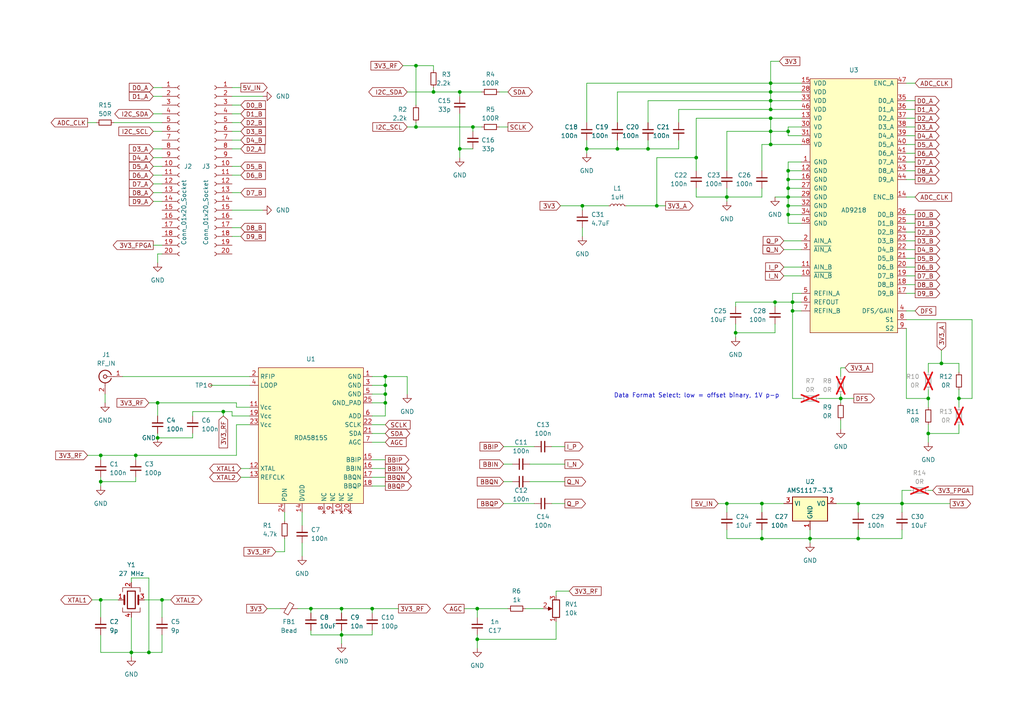
<source format=kicad_sch>
(kicad_sch (version 20230121) (generator eeschema)
  (paper "A4")
  (junction (at 229.87 90.17))
  (junction (at 43.18 189.23))
  (junction (at 220.98 146.05))
  (junction (at 111.76 114.3))
  (junction (at 29.21 132.08))
  (junction (at 64.77 119.38))
  (junction (at 223.52 34.29))
  (junction (at 269.24 125.73))
  (junction (at 99.06 176.53))
  (junction (at 125.73 26.67))
  (junction (at 190.5 59.69))
  (junction (at 223.52 31.75))
  (junction (at 228.6 38.1))
  (junction (at 187.96 43.18))
  (junction (at 29.21 139.7))
  (junction (at 210.82 57.15))
  (junction (at 248.92 156.21))
  (junction (at 224.79 87.63))
  (junction (at 243.84 115.57))
  (junction (at 111.76 109.22))
  (junction (at 38.1 189.23))
  (junction (at 248.92 146.05))
  (junction (at 133.35 43.18))
  (junction (at 269.24 115.57))
  (junction (at 228.6 49.53))
  (junction (at 229.87 87.63))
  (junction (at 170.18 43.18))
  (junction (at 278.13 115.57))
  (junction (at 228.6 52.07))
  (junction (at 90.17 176.53))
  (junction (at 223.52 38.1))
  (junction (at 201.93 45.72))
  (junction (at 228.6 57.15))
  (junction (at 133.35 26.67))
  (junction (at 179.07 43.18))
  (junction (at 46.99 173.99))
  (junction (at 223.52 29.21))
  (junction (at 210.82 146.05))
  (junction (at 234.95 156.21))
  (junction (at 137.16 36.83))
  (junction (at 111.76 111.76))
  (junction (at 273.05 105.41))
  (junction (at 213.36 96.52))
  (junction (at 107.95 176.53))
  (junction (at 111.76 116.84))
  (junction (at 45.72 116.84))
  (junction (at 120.65 19.05))
  (junction (at 29.21 173.99))
  (junction (at 228.6 62.23))
  (junction (at 45.72 127))
  (junction (at 99.06 184.15))
  (junction (at 39.37 132.08))
  (junction (at 138.43 185.42))
  (junction (at 220.98 156.21))
  (junction (at 223.52 26.67))
  (junction (at 228.6 54.61))
  (junction (at 120.65 36.83))
  (junction (at 138.43 176.53))
  (junction (at 223.52 41.91))
  (junction (at 228.6 59.69))
  (junction (at 223.52 24.13))
  (junction (at 261.62 146.05))
  (junction (at 168.91 59.69))
  (wire (pts (xy 43.18 189.23) (xy 38.1 189.23)))
  (wire (pts (xy 201.93 57.15) (xy 201.93 54.61)))
  (wire (pts (xy 39.37 132.08) (xy 39.37 133.35)))
  (wire (pts (xy 208.28 146.05) (xy 210.82 146.05)))
  (wire (pts (xy 262.89 115.57) (xy 269.24 115.57)))
  (wire (pts (xy 46.99 173.99) (xy 46.99 179.07)))
  (wire (pts (xy 269.24 125.73) (xy 269.24 128.27)))
  (wire (pts (xy 229.87 90.17) (xy 229.87 115.57)))
  (wire (pts (xy 261.62 153.67) (xy 261.62 156.21)))
  (wire (pts (xy 265.43 64.77) (xy 262.89 64.77)))
  (wire (pts (xy 242.57 146.05) (xy 248.92 146.05)))
  (wire (pts (xy 228.6 38.1) (xy 223.52 38.1)))
  (wire (pts (xy 278.13 105.41) (xy 278.13 107.95)))
  (wire (pts (xy 232.41 52.07) (xy 228.6 52.07)))
  (wire (pts (xy 29.21 138.43) (xy 29.21 139.7)))
  (wire (pts (xy 107.95 176.53) (xy 115.57 176.53)))
  (wire (pts (xy 146.05 129.54) (xy 154.94 129.54)))
  (wire (pts (xy 60.96 111.76) (xy 72.39 111.76)))
  (wire (pts (xy 243.84 115.57) (xy 237.49 115.57)))
  (wire (pts (xy 41.91 173.99) (xy 46.99 173.99)))
  (wire (pts (xy 281.94 115.57) (xy 278.13 115.57)))
  (wire (pts (xy 45.72 127) (xy 55.88 127)))
  (wire (pts (xy 243.84 106.68) (xy 243.84 109.22)))
  (wire (pts (xy 39.37 138.43) (xy 39.37 139.7)))
  (wire (pts (xy 69.85 135.89) (xy 72.39 135.89)))
  (wire (pts (xy 265.43 52.07) (xy 262.89 52.07)))
  (wire (pts (xy 138.43 179.07) (xy 138.43 176.53)))
  (wire (pts (xy 44.45 25.4) (xy 46.99 25.4)))
  (wire (pts (xy 232.41 36.83) (xy 228.6 36.83)))
  (wire (pts (xy 187.96 40.64) (xy 187.96 43.18)))
  (wire (pts (xy 248.92 146.05) (xy 248.92 148.59)))
  (wire (pts (xy 223.52 29.21) (xy 187.96 29.21)))
  (wire (pts (xy 232.41 85.09) (xy 229.87 85.09)))
  (wire (pts (xy 201.93 34.29) (xy 223.52 34.29)))
  (wire (pts (xy 55.88 119.38) (xy 55.88 120.65)))
  (wire (pts (xy 146.05 134.62) (xy 148.59 134.62)))
  (wire (pts (xy 38.1 168.91) (xy 38.1 167.64)))
  (wire (pts (xy 34.29 173.99) (xy 29.21 173.99)))
  (wire (pts (xy 269.24 123.19) (xy 269.24 125.73)))
  (wire (pts (xy 29.21 132.08) (xy 39.37 132.08)))
  (wire (pts (xy 273.05 105.41) (xy 278.13 105.41)))
  (wire (pts (xy 232.41 59.69) (xy 228.6 59.69)))
  (wire (pts (xy 228.6 54.61) (xy 228.6 57.15)))
  (wire (pts (xy 118.11 26.67) (xy 125.73 26.67)))
  (wire (pts (xy 213.36 87.63) (xy 213.36 88.9)))
  (wire (pts (xy 265.43 85.09) (xy 262.89 85.09)))
  (wire (pts (xy 265.43 39.37) (xy 262.89 39.37)))
  (wire (pts (xy 44.45 58.42) (xy 46.99 58.42)))
  (wire (pts (xy 223.52 26.67) (xy 179.07 26.67)))
  (wire (pts (xy 107.95 125.73) (xy 111.76 125.73)))
  (wire (pts (xy 44.45 38.1) (xy 46.99 38.1)))
  (wire (pts (xy 170.18 40.64) (xy 170.18 43.18)))
  (wire (pts (xy 76.2 27.94) (xy 67.31 27.94)))
  (wire (pts (xy 168.91 66.04) (xy 168.91 68.58)))
  (wire (pts (xy 220.98 54.61) (xy 220.98 57.15)))
  (wire (pts (xy 213.36 96.52) (xy 213.36 93.98)))
  (wire (pts (xy 86.36 176.53) (xy 90.17 176.53)))
  (wire (pts (xy 44.45 27.94) (xy 46.99 27.94)))
  (wire (pts (xy 265.43 44.45) (xy 262.89 44.45)))
  (wire (pts (xy 232.41 54.61) (xy 228.6 54.61)))
  (wire (pts (xy 55.88 127) (xy 55.88 125.73)))
  (wire (pts (xy 223.52 38.1) (xy 223.52 41.91)))
  (wire (pts (xy 64.77 119.38) (xy 64.77 120.65)))
  (wire (pts (xy 45.72 73.66) (xy 46.99 73.66)))
  (wire (pts (xy 68.58 123.19) (xy 72.39 123.19)))
  (wire (pts (xy 107.95 120.65) (xy 111.76 120.65)))
  (wire (pts (xy 232.41 77.47) (xy 227.33 77.47)))
  (wire (pts (xy 190.5 59.69) (xy 190.5 45.72)))
  (wire (pts (xy 269.24 107.95) (xy 269.24 105.41)))
  (wire (pts (xy 44.45 43.18) (xy 46.99 43.18)))
  (wire (pts (xy 44.45 45.72) (xy 46.99 45.72)))
  (wire (pts (xy 64.77 119.38) (xy 55.88 119.38)))
  (wire (pts (xy 107.95 182.88) (xy 107.95 184.15)))
  (wire (pts (xy 190.5 59.69) (xy 193.04 59.69)))
  (wire (pts (xy 220.98 57.15) (xy 210.82 57.15)))
  (wire (pts (xy 144.78 36.83) (xy 147.32 36.83)))
  (wire (pts (xy 210.82 146.05) (xy 220.98 146.05)))
  (wire (pts (xy 30.48 114.3) (xy 30.48 116.84)))
  (wire (pts (xy 223.52 34.29) (xy 223.52 38.1)))
  (wire (pts (xy 224.79 96.52) (xy 213.36 96.52)))
  (wire (pts (xy 273.05 101.6) (xy 273.05 105.41)))
  (wire (pts (xy 201.93 34.29) (xy 201.93 45.72)))
  (wire (pts (xy 248.92 146.05) (xy 261.62 146.05)))
  (wire (pts (xy 120.65 19.05) (xy 125.73 19.05)))
  (wire (pts (xy 265.43 69.85) (xy 262.89 69.85)))
  (wire (pts (xy 68.58 132.08) (xy 39.37 132.08)))
  (wire (pts (xy 187.96 35.56) (xy 187.96 29.21)))
  (wire (pts (xy 99.06 176.53) (xy 99.06 177.8)))
  (wire (pts (xy 116.84 19.05) (xy 120.65 19.05)))
  (wire (pts (xy 68.58 118.11) (xy 68.58 116.84)))
  (wire (pts (xy 69.85 138.43) (xy 72.39 138.43)))
  (wire (pts (xy 232.41 80.01) (xy 227.33 80.01)))
  (wire (pts (xy 29.21 139.7) (xy 29.21 140.97)))
  (wire (pts (xy 26.67 173.99) (xy 29.21 173.99)))
  (wire (pts (xy 269.24 105.41) (xy 273.05 105.41)))
  (wire (pts (xy 38.1 189.23) (xy 38.1 190.5)))
  (wire (pts (xy 133.35 33.02) (xy 133.35 43.18)))
  (wire (pts (xy 223.52 34.29) (xy 232.41 34.29)))
  (wire (pts (xy 210.82 156.21) (xy 220.98 156.21)))
  (wire (pts (xy 67.31 120.65) (xy 67.31 119.38)))
  (wire (pts (xy 229.87 90.17) (xy 229.87 87.63)))
  (wire (pts (xy 68.58 116.84) (xy 45.72 116.84)))
  (wire (pts (xy 228.6 52.07) (xy 228.6 54.61)))
  (wire (pts (xy 228.6 57.15) (xy 224.79 57.15)))
  (wire (pts (xy 137.16 36.83) (xy 139.7 36.83)))
  (wire (pts (xy 107.95 135.89) (xy 111.76 135.89)))
  (wire (pts (xy 125.73 25.4) (xy 125.73 26.67)))
  (wire (pts (xy 168.91 59.69) (xy 176.53 59.69)))
  (wire (pts (xy 232.41 39.37) (xy 228.6 39.37)))
  (wire (pts (xy 243.84 121.92) (xy 243.84 124.46)))
  (wire (pts (xy 228.6 57.15) (xy 228.6 59.69)))
  (wire (pts (xy 90.17 184.15) (xy 99.06 184.15)))
  (wire (pts (xy 138.43 185.42) (xy 138.43 187.96)))
  (wire (pts (xy 232.41 29.21) (xy 223.52 29.21)))
  (wire (pts (xy 67.31 25.4) (xy 69.85 25.4)))
  (wire (pts (xy 265.43 46.99) (xy 262.89 46.99)))
  (wire (pts (xy 220.98 156.21) (xy 234.95 156.21)))
  (wire (pts (xy 107.95 133.35) (xy 111.76 133.35)))
  (wire (pts (xy 107.95 116.84) (xy 111.76 116.84)))
  (wire (pts (xy 220.98 41.91) (xy 220.98 49.53)))
  (wire (pts (xy 232.41 115.57) (xy 229.87 115.57)))
  (wire (pts (xy 261.62 146.05) (xy 261.62 148.59)))
  (wire (pts (xy 261.62 156.21) (xy 248.92 156.21)))
  (wire (pts (xy 245.11 106.68) (xy 243.84 106.68)))
  (wire (pts (xy 234.95 156.21) (xy 234.95 157.48)))
  (wire (pts (xy 265.43 90.17) (xy 262.89 90.17)))
  (wire (pts (xy 99.06 184.15) (xy 99.06 186.69)))
  (wire (pts (xy 99.06 176.53) (xy 107.95 176.53)))
  (wire (pts (xy 44.45 71.12) (xy 46.99 71.12)))
  (wire (pts (xy 220.98 41.91) (xy 223.52 41.91)))
  (wire (pts (xy 67.31 66.04) (xy 69.85 66.04)))
  (wire (pts (xy 187.96 43.18) (xy 179.07 43.18)))
  (wire (pts (xy 228.6 49.53) (xy 228.6 52.07)))
  (wire (pts (xy 45.72 76.2) (xy 45.72 73.66)))
  (wire (pts (xy 111.76 109.22) (xy 111.76 111.76)))
  (wire (pts (xy 278.13 125.73) (xy 269.24 125.73)))
  (wire (pts (xy 224.79 93.98) (xy 224.79 96.52)))
  (wire (pts (xy 220.98 146.05) (xy 227.33 146.05)))
  (wire (pts (xy 161.29 180.34) (xy 161.29 185.42)))
  (wire (pts (xy 25.4 132.08) (xy 29.21 132.08)))
  (wire (pts (xy 265.43 36.83) (xy 262.89 36.83)))
  (wire (pts (xy 68.58 123.19) (xy 68.58 132.08)))
  (wire (pts (xy 138.43 176.53) (xy 147.32 176.53)))
  (wire (pts (xy 265.43 31.75) (xy 262.89 31.75)))
  (wire (pts (xy 265.43 24.13) (xy 262.89 24.13)))
  (wire (pts (xy 144.78 26.67) (xy 147.32 26.67)))
  (wire (pts (xy 67.31 50.8) (xy 69.85 50.8)))
  (wire (pts (xy 67.31 40.64) (xy 69.85 40.64)))
  (wire (pts (xy 111.76 114.3) (xy 111.76 116.84)))
  (wire (pts (xy 29.21 133.35) (xy 29.21 132.08)))
  (wire (pts (xy 196.85 43.18) (xy 187.96 43.18)))
  (wire (pts (xy 248.92 153.67) (xy 248.92 156.21)))
  (wire (pts (xy 118.11 36.83) (xy 120.65 36.83)))
  (wire (pts (xy 213.36 96.52) (xy 213.36 97.79)))
  (wire (pts (xy 232.41 62.23) (xy 228.6 62.23)))
  (wire (pts (xy 67.31 55.88) (xy 69.85 55.88)))
  (wire (pts (xy 107.95 109.22) (xy 111.76 109.22)))
  (wire (pts (xy 179.07 40.64) (xy 179.07 43.18)))
  (wire (pts (xy 269.24 113.03) (xy 269.24 115.57)))
  (wire (pts (xy 46.99 173.99) (xy 49.53 173.99)))
  (wire (pts (xy 87.63 157.48) (xy 87.63 161.29)))
  (wire (pts (xy 247.65 115.57) (xy 243.84 115.57)))
  (wire (pts (xy 265.43 49.53) (xy 262.89 49.53)))
  (wire (pts (xy 39.37 139.7) (xy 29.21 139.7)))
  (wire (pts (xy 67.31 48.26) (xy 69.85 48.26)))
  (wire (pts (xy 210.82 153.67) (xy 210.82 156.21)))
  (wire (pts (xy 67.31 38.1) (xy 69.85 38.1)))
  (wire (pts (xy 234.95 153.67) (xy 234.95 156.21)))
  (wire (pts (xy 223.52 24.13) (xy 223.52 26.67)))
  (wire (pts (xy 118.11 109.22) (xy 111.76 109.22)))
  (wire (pts (xy 137.16 36.83) (xy 137.16 38.1)))
  (wire (pts (xy 107.95 176.53) (xy 107.95 177.8)))
  (wire (pts (xy 107.95 111.76) (xy 111.76 111.76)))
  (wire (pts (xy 223.52 31.75) (xy 232.41 31.75)))
  (wire (pts (xy 107.95 123.19) (xy 111.76 123.19)))
  (wire (pts (xy 67.31 68.58) (xy 69.85 68.58)))
  (wire (pts (xy 152.4 176.53) (xy 157.48 176.53)))
  (wire (pts (xy 265.43 67.31) (xy 262.89 67.31)))
  (wire (pts (xy 232.41 26.67) (xy 223.52 26.67)))
  (wire (pts (xy 210.82 38.1) (xy 210.82 49.53)))
  (wire (pts (xy 232.41 64.77) (xy 228.6 64.77)))
  (wire (pts (xy 67.31 60.96) (xy 76.2 60.96)))
  (wire (pts (xy 223.52 24.13) (xy 170.18 24.13)))
  (wire (pts (xy 264.16 142.24) (xy 261.62 142.24)))
  (wire (pts (xy 99.06 184.15) (xy 107.95 184.15)))
  (wire (pts (xy 107.95 138.43) (xy 111.76 138.43)))
  (wire (pts (xy 118.11 114.3) (xy 118.11 109.22)))
  (wire (pts (xy 44.45 53.34) (xy 46.99 53.34)))
  (wire (pts (xy 223.52 41.91) (xy 232.41 41.91)))
  (wire (pts (xy 170.18 24.13) (xy 170.18 35.56)))
  (wire (pts (xy 87.63 148.59) (xy 87.63 152.4)))
  (wire (pts (xy 201.93 45.72) (xy 201.93 49.53)))
  (wire (pts (xy 111.76 116.84) (xy 111.76 120.65)))
  (wire (pts (xy 196.85 31.75) (xy 223.52 31.75)))
  (wire (pts (xy 223.52 38.1) (xy 210.82 38.1)))
  (wire (pts (xy 82.55 148.59) (xy 82.55 151.13)))
  (wire (pts (xy 45.72 116.84) (xy 45.72 120.65)))
  (wire (pts (xy 265.43 34.29) (xy 262.89 34.29)))
  (wire (pts (xy 223.52 29.21) (xy 223.52 31.75)))
  (wire (pts (xy 196.85 35.56) (xy 196.85 31.75)))
  (wire (pts (xy 45.72 125.73) (xy 45.72 127)))
  (wire (pts (xy 146.05 139.7) (xy 148.59 139.7)))
  (wire (pts (xy 220.98 153.67) (xy 220.98 156.21)))
  (wire (pts (xy 232.41 87.63) (xy 229.87 87.63)))
  (wire (pts (xy 90.17 184.15) (xy 90.17 182.88)))
  (wire (pts (xy 44.45 50.8) (xy 46.99 50.8)))
  (wire (pts (xy 38.1 189.23) (xy 29.21 189.23)))
  (wire (pts (xy 161.29 185.42) (xy 138.43 185.42)))
  (wire (pts (xy 261.62 146.05) (xy 275.59 146.05)))
  (wire (pts (xy 243.84 114.3) (xy 243.84 115.57)))
  (wire (pts (xy 38.1 179.07) (xy 38.1 189.23)))
  (wire (pts (xy 162.56 59.69) (xy 168.91 59.69)))
  (wire (pts (xy 29.21 184.15) (xy 29.21 189.23)))
  (wire (pts (xy 261.62 142.24) (xy 261.62 146.05)))
  (wire (pts (xy 161.29 171.45) (xy 161.29 172.72)))
  (wire (pts (xy 232.41 49.53) (xy 228.6 49.53)))
  (wire (pts (xy 228.6 38.1) (xy 228.6 39.37)))
  (wire (pts (xy 29.21 173.99) (xy 29.21 179.07)))
  (wire (pts (xy 67.31 30.48) (xy 69.85 30.48)))
  (wire (pts (xy 160.02 146.05) (xy 163.83 146.05)))
  (wire (pts (xy 232.41 24.13) (xy 223.52 24.13)))
  (wire (pts (xy 278.13 113.03) (xy 278.13 115.57)))
  (wire (pts (xy 248.92 156.21) (xy 234.95 156.21)))
  (wire (pts (xy 265.43 41.91) (xy 262.89 41.91)))
  (wire (pts (xy 228.6 59.69) (xy 228.6 62.23)))
  (wire (pts (xy 278.13 123.19) (xy 278.13 125.73)))
  (wire (pts (xy 72.39 118.11) (xy 68.58 118.11)))
  (wire (pts (xy 146.05 146.05) (xy 154.94 146.05)))
  (wire (pts (xy 82.55 160.02) (xy 82.55 156.21)))
  (wire (pts (xy 153.67 134.62) (xy 163.83 134.62)))
  (wire (pts (xy 38.1 167.64) (xy 43.18 167.64)))
  (wire (pts (xy 125.73 20.32) (xy 125.73 19.05)))
  (wire (pts (xy 120.65 36.83) (xy 137.16 36.83)))
  (wire (pts (xy 120.65 35.56) (xy 120.65 36.83)))
  (wire (pts (xy 220.98 146.05) (xy 220.98 148.59)))
  (wire (pts (xy 224.79 87.63) (xy 213.36 87.63)))
  (wire (pts (xy 210.82 146.05) (xy 210.82 148.59)))
  (wire (pts (xy 80.01 160.02) (xy 82.55 160.02)))
  (wire (pts (xy 111.76 111.76) (xy 111.76 114.3)))
  (wire (pts (xy 181.61 59.69) (xy 190.5 59.69)))
  (wire (pts (xy 133.35 26.67) (xy 139.7 26.67)))
  (wire (pts (xy 243.84 115.57) (xy 243.84 116.84)))
  (wire (pts (xy 265.43 62.23) (xy 262.89 62.23)))
  (wire (pts (xy 35.56 109.22) (xy 72.39 109.22)))
  (wire (pts (xy 133.35 43.18) (xy 137.16 43.18)))
  (wire (pts (xy 210.82 57.15) (xy 210.82 58.42)))
  (wire (pts (xy 107.95 128.27) (xy 111.76 128.27)))
  (wire (pts (xy 226.06 17.78) (xy 223.52 17.78)))
  (wire (pts (xy 33.02 35.56) (xy 46.99 35.56)))
  (wire (pts (xy 107.95 140.97) (xy 111.76 140.97)))
  (wire (pts (xy 125.73 26.67) (xy 133.35 26.67)))
  (wire (pts (xy 67.31 43.18) (xy 69.85 43.18)))
  (wire (pts (xy 232.41 69.85) (xy 227.33 69.85)))
  (wire (pts (xy 262.89 95.25) (xy 262.89 115.57)))
  (wire (pts (xy 153.67 139.7) (xy 163.83 139.7)))
  (wire (pts (xy 196.85 40.64) (xy 196.85 43.18)))
  (wire (pts (xy 170.18 44.45) (xy 170.18 43.18)))
  (wire (pts (xy 165.1 171.45) (xy 161.29 171.45)))
  (wire (pts (xy 138.43 184.15) (xy 138.43 185.42)))
  (wire (pts (xy 43.18 116.84) (xy 45.72 116.84)))
  (wire (pts (xy 67.31 33.02) (xy 69.85 33.02)))
  (wire (pts (xy 269.24 142.24) (xy 270.51 142.24)))
  (wire (pts (xy 133.35 43.18) (xy 133.35 45.72)))
  (wire (pts (xy 232.41 72.39) (xy 227.33 72.39)))
  (wire (pts (xy 232.41 46.99) (xy 228.6 46.99)))
  (wire (pts (xy 46.99 189.23) (xy 43.18 189.23)))
  (wire (pts (xy 67.31 35.56) (xy 69.85 35.56)))
  (wire (pts (xy 179.07 26.67) (xy 179.07 35.56)))
  (wire (pts (xy 120.65 19.05) (xy 120.65 30.48)))
  (wire (pts (xy 224.79 87.63) (xy 224.79 88.9)))
  (wire (pts (xy 223.52 17.78) (xy 223.52 24.13)))
  (wire (pts (xy 44.45 48.26) (xy 46.99 48.26)))
  (wire (pts (xy 25.4 35.56) (xy 27.94 35.56)))
  (wire (pts (xy 90.17 176.53) (xy 99.06 176.53)))
  (wire (pts (xy 210.82 57.15) (xy 201.93 57.15)))
  (wire (pts (xy 43.18 167.64) (xy 43.18 189.23)))
  (wire (pts (xy 210.82 54.61) (xy 210.82 57.15)))
  (wire (pts (xy 265.43 72.39) (xy 262.89 72.39)))
  (wire (pts (xy 232.41 57.15) (xy 228.6 57.15)))
  (wire (pts (xy 67.31 119.38) (xy 64.77 119.38)))
  (wire (pts (xy 190.5 45.72) (xy 201.93 45.72)))
  (wire (pts (xy 72.39 120.65) (xy 67.31 120.65)))
  (wire (pts (xy 77.47 176.53) (xy 81.28 176.53)))
  (wire (pts (xy 232.41 90.17) (xy 229.87 90.17)))
  (wire (pts (xy 265.43 74.93) (xy 262.89 74.93)))
  (wire (pts (xy 107.95 114.3) (xy 111.76 114.3)))
  (wire (pts (xy 223.52 26.67) (xy 223.52 29.21)))
  (wire (pts (xy 269.24 115.57) (xy 269.24 118.11)))
  (wire (pts (xy 265.43 80.01) (xy 262.89 80.01)))
  (wire (pts (xy 44.45 55.88) (xy 46.99 55.88)))
  (wire (pts (xy 228.6 36.83) (xy 228.6 38.1)))
  (wire (pts (xy 228.6 46.99) (xy 228.6 49.53)))
  (wire (pts (xy 90.17 177.8) (xy 90.17 176.53)))
  (wire (pts (xy 265.43 77.47) (xy 262.89 77.47)))
  (wire (pts (xy 44.45 33.02) (xy 46.99 33.02)))
  (wire (pts (xy 179.07 43.18) (xy 170.18 43.18)))
  (wire (pts (xy 99.06 182.88) (xy 99.06 184.15)))
  (wire (pts (xy 265.43 29.21) (xy 262.89 29.21)))
  (wire (pts (xy 168.91 59.69) (xy 168.91 60.96)))
  (wire (pts (xy 229.87 87.63) (xy 224.79 87.63)))
  (wire (pts (xy 265.43 57.15) (xy 262.89 57.15)))
  (wire (pts (xy 229.87 87.63) (xy 229.87 85.09)))
  (wire (pts (xy 281.94 92.71) (xy 281.94 115.57)))
  (wire (pts (xy 262.89 92.71) (xy 281.94 92.71)))
  (wire (pts (xy 133.35 27.94) (xy 133.35 26.67)))
  (wire (pts (xy 160.02 129.54) (xy 163.83 129.54)))
  (wire (pts (xy 265.43 82.55) (xy 262.89 82.55)))
  (wire (pts (xy 134.62 176.53) (xy 138.43 176.53)))
  (wire (pts (xy 228.6 62.23) (xy 228.6 64.77)))
  (wire (pts (xy 278.13 115.57) (xy 278.13 118.11)))
  (wire (pts (xy 46.99 184.15) (xy 46.99 189.23)))
  (text "Data Format Select; low = offset binary, 1V p-p" (at 226.06 115.57 0) (effects (font (size 1.27 1.27)) (justify right bottom)))
  (global_label "D4_B" (shape input) (at 69.85 40.64 0) (property "Intersheetrefs" "${INTERSHEET_REFS}" (effects hide)))
  (global_label "SCLK" (shape input) (at 111.76 123.19 0) (property "Intersheetrefs" "${INTERSHEET_REFS}" (effects hide)))
  (global_label "3V3_A" (shape input) (at 273.05 101.6 90) (property "Intersheetrefs" "${INTERSHEET_REFS}" (effects hide)))
  (global_label "I_N" (shape input) (at 227.33 80.01 180) (property "Intersheetrefs" "${INTERSHEET_REFS}" (effects hide)))
  (global_label "D8_B" (shape input) (at 69.85 66.04 0) (property "Intersheetrefs" "${INTERSHEET_REFS}" (effects hide)))
  (global_label "D3_A" (shape output) (at 265.43 36.83 0) (property "Intersheetrefs" "${INTERSHEET_REFS}" (effects hide)))
  (global_label "D2_A" (shape input) (at 69.85 43.18 0) (property "Intersheetrefs" "${INTERSHEET_REFS}" (effects hide)))
  (global_label "D8_A" (shape input) (at 44.45 55.88 180) (property "Intersheetrefs" "${INTERSHEET_REFS}" (effects hide)))
  (global_label "D9_B" (shape output) (at 265.43 85.09 0) (property "Intersheetrefs" "${INTERSHEET_REFS}" (effects hide)))
  (global_label "D0_A" (shape output) (at 265.43 29.21 0) (property "Intersheetrefs" "${INTERSHEET_REFS}" (effects hide)))
  (global_label "BBIP" (shape input) (at 146.05 129.54 180) (property "Intersheetrefs" "${INTERSHEET_REFS}" (effects hide)))
  (global_label "3V3_RF" (shape input) (at 43.18 116.84 180) (property "Intersheetrefs" "${INTERSHEET_REFS}" (effects hide)))
  (global_label "D6_A" (shape input) (at 44.45 50.8 180) (property "Intersheetrefs" "${INTERSHEET_REFS}" (effects hide)))
  (global_label "Q_P" (shape input) (at 227.33 69.85 180) (property "Intersheetrefs" "${INTERSHEET_REFS}" (effects hide)))
  (global_label "D3_A" (shape input) (at 44.45 43.18 180) (property "Intersheetrefs" "${INTERSHEET_REFS}" (effects hide)))
  (global_label "Q_N" (shape output) (at 163.83 139.7 0) (property "Intersheetrefs" "${INTERSHEET_REFS}" (effects hide)))
  (global_label "5V_IN" (shape output) (at 69.85 25.4 0) (property "Intersheetrefs" "${INTERSHEET_REFS}" (effects hide)))
  (global_label "BBQP" (shape input) (at 146.05 146.05 180) (property "Intersheetrefs" "${INTERSHEET_REFS}" (effects hide)))
  (global_label "I2C_SCL" (shape input) (at 44.45 38.1 180) (property "Intersheetrefs" "${INTERSHEET_REFS}" (effects hide)))
  (global_label "D1_B" (shape input) (at 69.85 33.02 0) (property "Intersheetrefs" "${INTERSHEET_REFS}" (effects hide)))
  (global_label "XTAL2" (shape bidirectional) (at 49.53 173.99 0) (property "Intersheetrefs" "${INTERSHEET_REFS}" (effects hide)))
  (global_label "I_P" (shape output) (at 163.83 129.54 0) (property "Intersheetrefs" "${INTERSHEET_REFS}" (effects hide)))
  (global_label "3V3_RF" (shape input) (at 25.4 132.08 180) (property "Intersheetrefs" "${INTERSHEET_REFS}" (effects hide)))
  (global_label "3V3_RF" (shape input) (at 165.1 171.45 0) (property "Intersheetrefs" "${INTERSHEET_REFS}" (effects hide)))
  (global_label "3V3_FPGA" (shape input) (at 270.51 142.24 0) (property "Intersheetrefs" "${INTERSHEET_REFS}" (effects hide)))
  (global_label "3V3_A" (shape input) (at 245.11 106.68 0) (property "Intersheetrefs" "${INTERSHEET_REFS}" (effects hide)))
  (global_label "3V3" (shape input) (at 226.06 17.78 0) (property "Intersheetrefs" "${INTERSHEET_REFS}" (effects hide)))
  (global_label "D5_A" (shape input) (at 44.45 48.26 180) (property "Intersheetrefs" "${INTERSHEET_REFS}" (effects hide)))
  (global_label "Q_P" (shape output) (at 163.83 146.05 0) (property "Intersheetrefs" "${INTERSHEET_REFS}" (effects hide)))
  (global_label "D1_A" (shape output) (at 265.43 31.75 0) (property "Intersheetrefs" "${INTERSHEET_REFS}" (effects hide)))
  (global_label "BBIP" (shape output) (at 111.76 133.35 0) (property "Intersheetrefs" "${INTERSHEET_REFS}" (effects hide)))
  (global_label "BBQN" (shape input) (at 146.05 139.7 180) (property "Intersheetrefs" "${INTERSHEET_REFS}" (effects hide)))
  (global_label "D0_B" (shape output) (at 265.43 62.23 0) (property "Intersheetrefs" "${INTERSHEET_REFS}" (effects hide)))
  (global_label "AGC" (shape input) (at 111.76 128.27 0) (property "Intersheetrefs" "${INTERSHEET_REFS}" (effects hide)))
  (global_label "D9_B" (shape input) (at 69.85 68.58 0) (property "Intersheetrefs" "${INTERSHEET_REFS}" (effects hide)))
  (global_label "ADC_CLK" (shape input) (at 265.43 24.13 0) (property "Intersheetrefs" "${INTERSHEET_REFS}" (effects hide)))
  (global_label "D5_B" (shape input) (at 69.85 48.26 0) (property "Intersheetrefs" "${INTERSHEET_REFS}" (effects hide)))
  (global_label "D3_B" (shape input) (at 69.85 38.1 0) (property "Intersheetrefs" "${INTERSHEET_REFS}" (effects hide)))
  (global_label "D7_A" (shape output) (at 265.43 46.99 0) (property "Intersheetrefs" "${INTERSHEET_REFS}" (effects hide)))
  (global_label "D7_B" (shape output) (at 265.43 80.01 0) (property "Intersheetrefs" "${INTERSHEET_REFS}" (effects hide)))
  (global_label "DFS" (shape output) (at 247.65 115.57 0) (property "Intersheetrefs" "${INTERSHEET_REFS}" (effects hide)))
  (global_label "SDA" (shape bidirectional) (at 111.76 125.73 0) (property "Intersheetrefs" "${INTERSHEET_REFS}" (effects hide)))
  (global_label "DFS" (shape input) (at 265.43 90.17 0) (property "Intersheetrefs" "${INTERSHEET_REFS}" (effects hide)))
  (global_label "3V3_A" (shape output) (at 193.04 59.69 0) (property "Intersheetrefs" "${INTERSHEET_REFS}" (effects hide)))
  (global_label "D1_B" (shape output) (at 265.43 64.77 0) (property "Intersheetrefs" "${INTERSHEET_REFS}" (effects hide)))
  (global_label "D7_B" (shape input) (at 69.85 55.88 0) (property "Intersheetrefs" "${INTERSHEET_REFS}" (effects hide)))
  (global_label "ADC_CLK" (shape output) (at 25.4 35.56 180) (property "Intersheetrefs" "${INTERSHEET_REFS}" (effects hide)))
  (global_label "D7_A" (shape input) (at 44.45 53.34 180) (property "Intersheetrefs" "${INTERSHEET_REFS}" (effects hide)))
  (global_label "D3_B" (shape output) (at 265.43 69.85 0) (property "Intersheetrefs" "${INTERSHEET_REFS}" (effects hide)))
  (global_label "3V3" (shape input) (at 162.56 59.69 180) (property "Intersheetrefs" "${INTERSHEET_REFS}" (effects hide)))
  (global_label "3V3_RF" (shape input) (at 64.77 120.65 270) (property "Intersheetrefs" "${INTERSHEET_REFS}" (effects hide)))
  (global_label "I_P" (shape input) (at 227.33 77.47 180) (property "Intersheetrefs" "${INTERSHEET_REFS}" (effects hide)))
  (global_label "D6_A" (shape output) (at 265.43 44.45 0) (property "Intersheetrefs" "${INTERSHEET_REFS}" (effects hide)))
  (global_label "Q_N" (shape input) (at 227.33 72.39 180) (property "Intersheetrefs" "${INTERSHEET_REFS}" (effects hide)))
  (global_label "BBIN" (shape output) (at 111.76 135.89 0) (property "Intersheetrefs" "${INTERSHEET_REFS}" (effects hide)))
  (global_label "XTAL2" (shape bidirectional) (at 69.85 138.43 180) (property "Intersheetrefs" "${INTERSHEET_REFS}" (effects hide)))
  (global_label "BBQP" (shape output) (at 111.76 140.97 0) (property "Intersheetrefs" "${INTERSHEET_REFS}" (effects hide)))
  (global_label "D6_B" (shape input) (at 69.85 50.8 0) (property "Intersheetrefs" "${INTERSHEET_REFS}" (effects hide)))
  (global_label "SDA" (shape bidirectional) (at 147.32 26.67 0) (property "Intersheetrefs" "${INTERSHEET_REFS}" (effects hide)))
  (global_label "D0_A" (shape input) (at 44.45 25.4 180) (property "Intersheetrefs" "${INTERSHEET_REFS}" (effects hide)))
  (global_label "D4_A" (shape input) (at 44.45 45.72 180) (property "Intersheetrefs" "${INTERSHEET_REFS}" (effects hide)))
  (global_label "D2_B" (shape input) (at 69.85 35.56 0) (property "Intersheetrefs" "${INTERSHEET_REFS}" (effects hide)))
  (global_label "3V3" (shape output) (at 275.59 146.05 0) (property "Intersheetrefs" "${INTERSHEET_REFS}" (effects hide)))
  (global_label "D8_B" (shape output) (at 265.43 82.55 0) (property "Intersheetrefs" "${INTERSHEET_REFS}" (effects hide)))
  (global_label "3V3_RF" (shape output) (at 115.57 176.53 0) (property "Intersheetrefs" "${INTERSHEET_REFS}" (effects hide)))
  (global_label "BBQN" (shape output) (at 111.76 138.43 0) (property "Intersheetrefs" "${INTERSHEET_REFS}" (effects hide)))
  (global_label "3V3_FPGA" (shape output) (at 44.45 71.12 180) (property "Intersheetrefs" "${INTERSHEET_REFS}" (effects hide)))
  (global_label "5V_IN" (shape input) (at 208.28 146.05 180) (property "Intersheetrefs" "${INTERSHEET_REFS}" (effects hide)))
  (global_label "D6_B" (shape output) (at 265.43 77.47 0) (property "Intersheetrefs" "${INTERSHEET_REFS}" (effects hide)))
  (global_label "I2C_SCL" (shape input) (at 118.11 36.83 180) (property "Intersheetrefs" "${INTERSHEET_REFS}" (effects hide)))
  (global_label "SCLK" (shape output) (at 147.32 36.83 0) (property "Intersheetrefs" "${INTERSHEET_REFS}" (effects hide)))
  (global_label "D4_B" (shape output) (at 265.43 72.39 0) (property "Intersheetrefs" "${INTERSHEET_REFS}" (effects hide)))
  (global_label "AGC" (shape output) (at 134.62 176.53 180) (property "Intersheetrefs" "${INTERSHEET_REFS}" (effects hide)))
  (global_label "D9_A" (shape output) (at 265.43 52.07 0) (property "Intersheetrefs" "${INTERSHEET_REFS}" (effects hide)))
  (global_label "ADC_CLK" (shape input) (at 265.43 57.15 0) (property "Intersheetrefs" "${INTERSHEET_REFS}" (effects hide)))
  (global_label "D5_B" (shape output) (at 265.43 74.93 0) (property "Intersheetrefs" "${INTERSHEET_REFS}" (effects hide)))
  (global_label "D2_B" (shape output) (at 265.43 67.31 0) (property "Intersheetrefs" "${INTERSHEET_REFS}" (effects hide)))
  (global_label "D4_A" (shape output) (at 265.43 39.37 0) (property "Intersheetrefs" "${INTERSHEET_REFS}" (effects hide)))
  (global_label "3V3" (shape input) (at 77.47 176.53 180) (property "Intersheetrefs" "${INTERSHEET_REFS}" (effects hide)))
  (global_label "XTAL1" (shape bidirectional) (at 26.67 173.99 180) (property "Intersheetrefs" "${INTERSHEET_REFS}" (effects hide)))
  (global_label "3V3_RF" (shape input) (at 116.84 19.05 180) (property "Intersheetrefs" "${INTERSHEET_REFS}" (effects hide)))
  (global_label "I2C_SDA" (shape bidirectional) (at 118.11 26.67 180) (property "Intersheetrefs" "${INTERSHEET_REFS}" (effects hide)))
  (global_label "BBIN" (shape input) (at 146.05 134.62 180) (property "Intersheetrefs" "${INTERSHEET_REFS}" (effects hide)))
  (global_label "D1_A" (shape input) (at 44.45 27.94 180) (property "Intersheetrefs" "${INTERSHEET_REFS}" (effects hide)))
  (global_label "D5_A" (shape output) (at 265.43 41.91 0) (property "Intersheetrefs" "${INTERSHEET_REFS}" (effects hide)))
  (global_label "I2C_SDA" (shape bidirectional) (at 44.45 33.02 180) (property "Intersheetrefs" "${INTERSHEET_REFS}" (effects hide)))
  (global_label "D2_A" (shape output) (at 265.43 34.29 0) (property "Intersheetrefs" "${INTERSHEET_REFS}" (effects hide)))
  (global_label "D8_A" (shape output) (at 265.43 49.53 0) (property "Intersheetrefs" "${INTERSHEET_REFS}" (effects hide)))
  (global_label "D9_A" (shape input) (at 44.45 58.42 180) (property "Intersheetrefs" "${INTERSHEET_REFS}" (effects hide)))
  (global_label "D0_B" (shape input) (at 69.85 30.48 0) (property "Intersheetrefs" "${INTERSHEET_REFS}" (effects hide)))
  (global_label "XTAL1" (shape bidirectional) (at 69.85 135.89 180) (property "Intersheetrefs" "${INTERSHEET_REFS}" (effects hide)))
  (global_label "I_N" (shape output) (at 163.83 134.62 0) (property "Intersheetrefs" "${INTERSHEET_REFS}" (effects hide)))
  (global_label "3V3_RF" (shape input) (at 80.01 160.02 180) (property "Intersheetrefs" "${INTERSHEET_REFS}" (effects hide)))
  (symbol (lib_id "Connector:Conn_Coaxial") (at 30.48 109.22 0) (mirror y) (unit 1)
    (property "Reference" "J1" (at 30.7974 102.87 0))
    (property "Value" "RF_IN" (at 30.7974 105.41 0))
    (property "Footprint" "Connector_Coaxial:SMA_Molex_73251-1153_EdgeMount_Horizontal" (effects hide))
    (property "Datasheet" " ~" (effects hide))
  )
  (symbol (lib_id "Device:Crystal_GND24") (at 38.1 173.99 0) (unit 1)
    (property "Reference" "Y1" (at 38.1 163.83 0))
    (property "Value" "27 MHz" (at 38.1 166.37 0))
    (property "Footprint" "Crystal:Crystal_SMD_3225-4Pin_3.2x2.5mm" (effects hide))
  )
  (symbol (lib_id "Device:FerriteBead_Small") (at 83.82 176.53 90) (unit 1)
    (property "Reference" "FB1" (at 83.82 180.34 90))
    (property "Value" "Bead" (at 83.82 182.88 90))
    (property "Footprint" "Resistor_SMD:R_0603_1608Metric" (effects hide))
  )
  (symbol (lib_id "Device:R_Small") (at 82.55 153.67 0) (unit 1)
    (property "Reference" "R1" (at 76.2 152.4 0) (effects (justify left)))
    (property "Value" "4.7k" (at 76.2 154.94 0) (effects (justify left)))
    (property "Footprint" "Resistor_SMD:R_0402_1005Metric" (effects hide))
  )
  (symbol (lib_id "power:GND") (at 210.82 58.42 0) (mirror y) (unit 1)
    (property "Reference" "#PWR014" (effects hide))
    (property "Value" "GND" (at 210.82 63.5 0))
  )
  (symbol (lib_id "power:GND") (at 269.24 128.27 0) (mirror y) (unit 1)
    (property "Reference" "#PWR019" (effects hide))
    (property "Value" "GND" (at 269.24 133.35 0))
  )
  (symbol (lib_id "Device:R_Small") (at 278.13 120.65 0) (mirror y) (unit 1) (dnp yes)
    (property "Reference" "R13" (at 274.32 119.38 0))
    (property "Value" "0R" (at 274.32 121.92 0))
    (property "Footprint" "Resistor_SMD:R_0402_1005Metric" (effects hide))
  )
  (symbol (lib_id "Device:C_Small") (at 224.79 91.44 0) (mirror y) (unit 1)
    (property "Reference" "C28" (at 222.25 90.1763 0) (effects (justify left)))
    (property "Value" "100n" (at 222.25 92.7163 0) (effects (justify left)))
    (property "Footprint" "Capacitor_SMD:C_0402_1005Metric" (effects hide))
  )
  (symbol (lib_id "Device:C_Small") (at 213.36 91.44 0) (mirror y) (unit 1)
    (property "Reference" "C25" (at 210.82 90.1763 0) (effects (justify left)))
    (property "Value" "10uF" (at 210.82 92.7163 0) (effects (justify left)))
    (property "Footprint" "Capacitor_SMD:C_0603_1608Metric" (effects hide))
  )
  (symbol (lib_id "Device:C_Small") (at 196.85 38.1 0) (mirror y) (unit 1)
    (property "Reference" "C21" (at 194.31 36.8363 0) (effects (justify left)))
    (property "Value" "100n" (at 194.31 39.3763 0) (effects (justify left)))
    (property "Footprint" "Capacitor_SMD:C_0402_1005Metric" (effects hide))
  )
  (symbol (lib_id "Connector:TestPoint_Small") (at 60.96 111.76 90) (unit 1)
    (property "Reference" "TP1" (at 58.42 111.76 90))
    (property "Value" "TestPoint_Small" (effects hide))
    (property "Footprint" "TestPoint:TestPoint_Pad_D1.0mm" (effects hide))
  )
  (symbol (lib_id "power:GND") (at 118.11 114.3 0) (unit 1)
    (property "Reference" "#PWR010" (effects hide))
    (property "Value" "GND" (at 118.11 119.38 0))
  )
  (symbol (lib_id "Device:C_Small") (at 137.16 40.64 0) (mirror y) (unit 1)
    (property "Reference" "C16" (at 143.51 40.64 0) (effects (justify left)))
    (property "Value" "33p" (at 143.51 43.18 0) (effects (justify left)))
    (property "Footprint" "Capacitor_SMD:C_0402_1005Metric" (effects hide))
  )
  (symbol (lib_id "Device:C_Small") (at 210.82 52.07 0) (mirror y) (unit 1)
    (property "Reference" "C23" (at 207.01 50.8 0))
    (property "Value" "100n" (at 207.01 53.34 0))
    (property "Footprint" "Capacitor_SMD:C_0402_1005Metric" (effects hide))
  )
  (symbol (lib_id "Device:R_Small") (at 266.7 142.24 270) (mirror x) (unit 1) (dnp yes)
    (property "Reference" "R14" (at 266.7 137.16 90))
    (property "Value" "0R" (at 266.7 139.7 90))
    (property "Footprint" "Resistor_SMD:R_0603_1608Metric" (effects hide))
  )
  (symbol (lib_id "Device:C_Small") (at 151.13 139.7 90) (unit 1)
    (property "Reference" "C12" (at 151.13 142.24 90))
    (property "Value" "100n" (at 151.13 144.78 90))
    (property "Footprint" "Capacitor_SMD:C_0402_1005Metric" (effects hide))
  )
  (symbol (lib_id "Device:C_Small") (at 87.63 154.94 180) (unit 1)
    (property "Reference" "C7" (at 90.17 153.6636 0) (effects (justify right)))
    (property "Value" "100n" (at 90.17 156.2036 0) (effects (justify right)))
    (property "Footprint" "Capacitor_SMD:C_0402_1005Metric" (effects hide))
  )
  (symbol (lib_id "Device:C_Small") (at 29.21 135.89 180) (unit 1)
    (property "Reference" "C1" (at 31.75 134.6136 0) (effects (justify right)))
    (property "Value" "100n" (at 31.75 137.1536 0) (effects (justify right)))
    (property "Footprint" "Capacitor_SMD:C_0402_1005Metric" (effects hide))
  )
  (symbol (lib_id "Device:C_Small") (at 201.93 52.07 0) (mirror y) (unit 1)
    (property "Reference" "C22" (at 199.39 50.8063 0) (effects (justify left)))
    (property "Value" "100n" (at 199.39 53.3463 0) (effects (justify left)))
    (property "Footprint" "Capacitor_SMD:C_0402_1005Metric" (effects hide))
  )
  (symbol (lib_id "Device:C_Small") (at 170.18 38.1 0) (mirror y) (unit 1)
    (property "Reference" "C18" (at 167.64 36.8363 0) (effects (justify left)))
    (property "Value" "100n" (at 167.64 39.3763 0) (effects (justify left)))
    (property "Footprint" "Capacitor_SMD:C_0402_1005Metric" (effects hide))
  )
  (symbol (lib_id "power:GND") (at 133.35 45.72 0) (unit 1)
    (property "Reference" "#PWR011" (effects hide))
    (property "Value" "GND" (at 133.35 50.8 0))
  )
  (symbol (lib_id "power:GND") (at 45.72 76.2 0) (unit 1)
    (property "Reference" "#PWR04" (effects hide))
    (property "Value" "GND" (at 45.72 81.28 0))
  )
  (symbol (lib_id "Device:C_Small") (at 39.37 135.89 180) (unit 1)
    (property "Reference" "C3" (at 41.91 134.6136 0) (effects (justify right)))
    (property "Value" "100p" (at 41.91 137.1536 0) (effects (justify right)))
    (property "Footprint" "Capacitor_SMD:C_0402_1005Metric" (effects hide))
  )
  (symbol (lib_id "power:GND") (at 234.95 157.48 0) (unit 1)
    (property "Reference" "#PWR017" (effects hide))
    (property "Value" "GND" (at 234.95 162.56 0))
  )
  (symbol (lib_id "Device:C_Small") (at 138.43 181.61 180) (unit 1)
    (property "Reference" "C17" (at 143.51 182.88 0))
    (property "Value" "1n" (at 143.51 180.34 0))
    (property "Footprint" "Capacitor_SMD:C_0402_1005Metric" (effects hide))
  )
  (symbol (lib_id "Device:R_Small") (at 142.24 26.67 90) (unit 1)
    (property "Reference" "R4" (at 142.24 21.59 90))
    (property "Value" "100R" (at 142.24 24.13 90))
    (property "Footprint" "Resistor_SMD:R_0402_1005Metric" (effects hide))
  )
  (symbol (lib_id "power:GND") (at 87.63 161.29 0) (unit 1)
    (property "Reference" "#PWR08" (effects hide))
    (property "Value" "GND" (at 87.63 166.37 0))
  )
  (symbol (lib_id "Device:L_Small") (at 179.07 59.69 90) (unit 1)
    (property "Reference" "L1" (at 179.07 54.61 90))
    (property "Value" "1uH" (at 179.07 57.15 90))
    (property "Footprint" "Inductor_SMD:L_0603_1608Metric" (effects hide))
  )
  (symbol (lib_id "power:GND") (at 243.84 124.46 0) (mirror y) (unit 1)
    (property "Reference" "#PWR018" (effects hide))
    (property "Value" "GND" (at 243.84 129.54 0))
  )
  (symbol (lib_id "Device:C_Small") (at 99.06 180.34 180) (unit 1)
    (property "Reference" "C9" (at 101.6 179.0636 0) (effects (justify right)))
    (property "Value" "10n" (at 101.6 181.6036 0) (effects (justify right)))
    (property "Footprint" "Capacitor_SMD:C_0402_1005Metric" (effects hide))
  )
  (symbol (lib_id "Device:C_Small") (at 55.88 123.19 180) (unit 1)
    (property "Reference" "C6" (at 58.42 121.9136 0) (effects (justify right)))
    (property "Value" "100n" (at 58.42 124.4536 0) (effects (justify right)))
    (property "Footprint" "Capacitor_SMD:C_0402_1005Metric" (effects hide))
  )
  (symbol (lib_id "Connector:Conn_01x20_Socket") (at 62.23 48.26 0) (mirror y) (unit 1)
    (property "Reference" "J3" (at 60.96 48.26 0) (effects (justify left)))
    (property "Value" "Conn_01x20_Socket" (at 59.69 71.12 90) (effects (justify left)))
    (property "Footprint" "Connector_PinSocket_2.54mm:PinSocket_1x20_P2.54mm_Vertical" (effects hide))
  )
  (symbol (lib_id "ad9218:AD9218") (at 247.65 59.69 0) (unit 1)
    (property "Reference" "U3" (at 247.65 20.32 0))
    (property "Value" "AD9218" (at 247.65 60.96 0))
    (property "Footprint" "agg:LQFP-48" (effects hide))
    (property "Datasheet" "http://www.analog.com/media/en/technical-documentation/data-sheets/AD9218.pdf" (effects hide))
    (property "Farnell" "2376664" (effects hide))
  )
  (symbol (lib_id "Device:C_Small") (at 220.98 52.07 0) (mirror y) (unit 1)
    (property "Reference" "C26" (at 215.9 50.8 0))
    (property "Value" "100n" (at 215.9 53.34 0))
    (property "Footprint" "Capacitor_SMD:C_0402_1005Metric" (effects hide))
  )
  (symbol (lib_id "Device:R_Small") (at 120.65 33.02 0) (mirror x) (unit 1)
    (property "Reference" "R2" (at 118.11 31.75 0) (effects (justify right)))
    (property "Value" "2.2k" (at 118.11 34.29 0) (effects (justify right)))
    (property "Footprint" "Resistor_SMD:R_0402_1005Metric" (effects hide))
  )
  (symbol (lib_id "power:GND") (at 30.48 116.84 0) (mirror y) (unit 1)
    (property "Reference" "#PWR02" (effects hide))
    (property "Value" "GND" (at 30.48 121.92 0))
  )
  (symbol (lib_id "Connector:Conn_01x20_Socket") (at 52.07 48.26 0) (unit 1)
    (property "Reference" "J2" (at 53.34 48.26 0) (effects (justify left)))
    (property "Value" "Conn_01x20_Socket" (at 53.34 71.12 90) (effects (justify left)))
    (property "Footprint" "Connector_PinSocket_2.54mm:PinSocket_1x20_P2.54mm_Vertical" (effects hide))
  )
  (symbol (lib_id "Device:R_Small") (at 125.73 22.86 0) (mirror x) (unit 1)
    (property "Reference" "R3" (at 130.81 21.59 0) (effects (justify right)))
    (property "Value" "2.2k" (at 130.81 24.13 0) (effects (justify right)))
    (property "Footprint" "Resistor_SMD:R_0402_1005Metric" (effects hide))
  )
  (symbol (lib_id "Device:C_Small") (at 187.96 38.1 0) (mirror y) (unit 1)
    (property "Reference" "C20" (at 185.42 36.8363 0) (effects (justify left)))
    (property "Value" "100n" (at 185.42 39.3763 0) (effects (justify left)))
    (property "Footprint" "Capacitor_SMD:C_0402_1005Metric" (effects hide))
  )
  (symbol (lib_id "Device:R_Small") (at 243.84 119.38 0) (mirror x) (unit 1)
    (property "Reference" "R9" (at 241.3 118.11 0) (effects (justify right)))
    (property "Value" "0R" (at 241.3 120.65 0) (effects (justify right)))
    (property "Footprint" "Resistor_SMD:R_0402_1005Metric" (effects hide))
  )
  (symbol (lib_id "Device:C_Small") (at 248.92 151.13 0) (mirror y) (unit 1)
    (property "Reference" "C29" (at 256.54 149.86 0) (effects (justify left)))
    (property "Value" "100n" (at 256.54 152.4 0) (effects (justify left)))
    (property "Footprint" "Capacitor_SMD:C_0402_1005Metric" (effects hide))
  )
  (symbol (lib_id "Device:C_Small") (at 133.35 30.48 0) (mirror y) (unit 1)
    (property "Reference" "C15" (at 130.81 29.2163 0) (effects (justify left)))
    (property "Value" "33p" (at 130.81 31.7563 0) (effects (justify left)))
    (property "Footprint" "Capacitor_SMD:C_0402_1005Metric" (effects hide))
  )
  (symbol (lib_id "Device:C_Small") (at 168.91 63.5 0) (unit 1)
    (property "Reference" "C31" (at 171.45 62.2363 0) (effects (justify left)))
    (property "Value" "4.7uF" (at 171.45 64.7763 0) (effects (justify left)))
    (property "Footprint" "Capacitor_SMD:C_0603_1608Metric" (effects hide))
  )
  (symbol (lib_id "Device:R_Small") (at 269.24 110.49 0) (mirror x) (unit 1) (dnp yes)
    (property "Reference" "R10" (at 266.7 109.22 0) (effects (justify right)))
    (property "Value" "0R" (at 266.7 111.76 0) (effects (justify right)))
    (property "Footprint" "Resistor_SMD:R_0402_1005Metric" (effects hide))
  )
  (symbol (lib_id "power:GND") (at 76.2 27.94 90) (unit 1)
    (property "Reference" "#PWR06" (effects hide))
    (property "Value" "GND" (at 80.01 27.94 90) (effects (justify right)))
  )
  (symbol (lib_id "Device:R_Small") (at 149.86 176.53 90) (unit 1)
    (property "Reference" "R6" (at 151.13 171.45 90) (effects (justify left)))
    (property "Value" "1k" (at 151.13 173.99 90) (effects (justify left)))
    (property "Footprint" "Resistor_SMD:R_0402_1005Metric" (effects hide))
  )
  (symbol (lib_id "Device:C_Small") (at 46.99 181.61 180) (unit 1)
    (property "Reference" "C5" (at 49.53 180.3336 0) (effects (justify right)))
    (property "Value" "9p" (at 49.53 182.8736 0) (effects (justify right)))
    (property "Footprint" "Capacitor_SMD:C_0402_1005Metric" (effects hide))
  )
  (symbol (lib_id "Device:R_Small") (at 30.48 35.56 90) (unit 1)
    (property "Reference" "R15" (at 30.48 30.48 90))
    (property "Value" "50R" (at 30.48 33.02 90))
    (property "Footprint" "Resistor_SMD:R_0402_1005Metric" (effects hide))
  )
  (symbol (lib_id "Device:C_Small") (at 220.98 151.13 0) (mirror y) (unit 1)
    (property "Reference" "C27" (at 228.6 149.86 0) (effects (justify left)))
    (property "Value" "100n" (at 228.6 152.4 0) (effects (justify left)))
    (property "Footprint" "Capacitor_SMD:C_0402_1005Metric" (effects hide))
  )
  (symbol (lib_id "Regulator_Linear:AMS1117-3.3") (at 234.95 146.05 0) (unit 1)
    (property "Reference" "U2" (at 234.95 139.7 0))
    (property "Value" "AMS1117-3.3" (at 234.95 142.24 0))
    (property "Footprint" "Package_TO_SOT_SMD:SOT-223-3_TabPin2" (effects hide))
    (property "Datasheet" "http://www.advanced-monolithic.com/pdf/ds1117.pdf" (effects hide))
  )
  (symbol (lib_id "Device:C_Small") (at 151.13 134.62 90) (unit 1)
    (property "Reference" "C11" (at 151.1363 128.27 90))
    (property "Value" "100n" (at 151.1363 130.81 90))
    (property "Footprint" "Capacitor_SMD:C_0402_1005Metric" (effects hide))
  )
  (symbol (lib_id "Device:R_Small") (at 142.24 36.83 90) (unit 1)
    (property "Reference" "R5" (at 142.24 31.75 90))
    (property "Value" "100R" (at 142.24 34.29 90))
    (property "Footprint" "Resistor_SMD:R_0402_1005Metric" (effects hide))
  )
  (symbol (lib_id "power:GND") (at 138.43 187.96 0) (unit 1)
    (property "Reference" "#PWR012" (effects hide))
    (property "Value" "GND" (at 138.43 193.04 0))
  )
  (symbol (lib_id "power:GND") (at 76.2 60.96 90) (unit 1)
    (property "Reference" "#PWR07" (effects hide))
    (property "Value" "GND" (at 80.01 60.96 90) (effects (justify right)))
  )
  (symbol (lib_id "Device:C_Small") (at 107.95 180.34 180) (unit 1)
    (property "Reference" "C10" (at 110.49 179.0636 0) (effects (justify right)))
    (property "Value" "100p" (at 110.49 181.6036 0) (effects (justify right)))
    (property "Footprint" "Capacitor_SMD:C_0402_1005Metric" (effects hide))
  )
  (symbol (lib_id "Device:C_Small") (at 157.48 129.54 90) (unit 1)
    (property "Reference" "C13" (at 157.4863 123.19 90))
    (property "Value" "100n" (at 157.4863 125.73 90))
    (property "Footprint" "Capacitor_SMD:C_0402_1005Metric" (effects hide))
  )
  (symbol (lib_id "Device:C_Small") (at 210.82 151.13 0) (unit 1)
    (property "Reference" "C24" (at 213.36 149.8663 0) (effects (justify left)))
    (property "Value" "10uF" (at 213.36 152.4 0) (effects (justify left)))
    (property "Footprint" "Capacitor_SMD:C_0805_2012Metric" (effects hide))
  )
  (symbol (lib_id "Device:C_Small") (at 261.62 151.13 0) (unit 1)
    (property "Reference" "C30" (at 264.16 149.8663 0) (effects (justify left)))
    (property "Value" "10uF" (at 264.16 152.4063 0) (effects (justify left)))
    (property "Footprint" "Capacitor_SMD:C_0805_2012Metric" (effects hide))
  )
  (symbol (lib_id "Device:C_Small") (at 29.21 181.61 180) (unit 1)
    (property "Reference" "C2" (at 31.75 180.3336 0) (effects (justify right)))
    (property "Value" "9p" (at 31.75 182.8736 0) (effects (justify right)))
    (property "Footprint" "Capacitor_SMD:C_0402_1005Metric" (effects hide))
  )
  (symbol (lib_id "Device:R_Small") (at 278.13 110.49 0) (mirror y) (unit 1)
    (property "Reference" "R12" (at 274.32 109.22 0))
    (property "Value" "0R" (at 274.32 111.76 0))
    (property "Footprint" "Resistor_SMD:R_0402_1005Metric" (effects hide))
  )
  (symbol (lib_id "power:GND") (at 29.21 140.97 0) (unit 1)
    (property "Reference" "#PWR01" (effects hide))
    (property "Value" "GND" (at 29.21 146.05 0))
  )
  (symbol (lib_id "power:GND") (at 38.1 190.5 0) (unit 1)
    (property "Reference" "#PWR03" (effects hide))
    (property "Value" "GND" (at 38.1 195.58 0))
  )
  (symbol (lib_id "Device:C_Small") (at 90.17 180.34 0) (unit 1)
    (property "Reference" "C8" (at 92.71 179.0763 0) (effects (justify left)))
    (property "Value" "10uF" (at 92.71 181.61 0) (effects (justify left)))
    (property "Footprint" "Capacitor_SMD:C_0805_2012Metric" (effects hide))
  )
  (symbol (lib_id "Device:C_Small") (at 179.07 38.1 0) (mirror x) (unit 1)
    (property "Reference" "C19" (at 176.53 36.8236 0) (effects (justify right)))
    (property "Value" "100n" (at 176.53 39.3636 0) (effects (justify right)))
    (property "Footprint" "Capacitor_SMD:C_0402_1005Metric" (effects hide))
  )
  (symbol (lib_id "Device:R_Small") (at 234.95 115.57 270) (mirror x) (unit 1) (dnp yes)
    (property "Reference" "R7" (at 234.95 110.49 90))
    (property "Value" "0R" (at 234.95 113.03 90))
    (property "Footprint" "Resistor_SMD:R_0402_1005Metric" (effects hide))
  )
  (symbol (lib_id "power:GND") (at 224.79 57.15 0) (mirror y) (unit 1)
    (property "Reference" "#PWR016" (effects hide))
    (property "Value" "GND" (at 224.79 62.23 0))
  )
  (symbol (lib_id "power:GND") (at 213.36 97.79 0) (mirror y) (unit 1)
    (property "Reference" "#PWR015" (effects hide))
    (property "Value" "GND" (at 213.36 102.87 0))
  )
  (symbol (lib_id "Device:R_Small") (at 269.24 120.65 0) (mirror x) (unit 1)
    (property "Reference" "R11" (at 266.7 119.38 0) (effects (justify right)))
    (property "Value" "0R" (at 266.7 121.92 0) (effects (justify right)))
    (property "Footprint" "Resistor_SMD:R_0402_1005Metric" (effects hide))
  )
  (symbol (lib_id "power:GND") (at 168.91 68.58 0) (unit 1)
    (property "Reference" "#PWR020" (effects hide))
    (property "Value" "GND" (at 168.91 73.66 0))
  )
  (symbol (lib_id "Device:C_Small") (at 45.72 123.19 180) (unit 1)
    (property "Reference" "C4" (at 48.26 121.9136 0) (effects (justify right)))
    (property "Value" "100n" (at 48.26 124.4536 0) (effects (justify right)))
    (property "Footprint" "Capacitor_SMD:C_0402_1005Metric" (effects hide))
  )
  (symbol (lib_id "power:GND") (at 99.06 186.69 0) (unit 1)
    (property "Reference" "#PWR09" (effects hide))
    (property "Value" "GND" (at 99.06 191.77 0))
  )
  (symbol (lib_id "Device:R_Potentiometer") (at 161.29 176.53 180) (unit 1)
    (property "Reference" "RV1" (at 163.83 175.26 0) (effects (justify right)))
    (property "Value" "10k" (at 163.83 177.8 0) (effects (justify right)))
    (property "Footprint" "Potentiometer_SMD:Potentiometer_Bourns_TC33X_Vertical" (effects hide))
  )
  (symbol (lib_id "power:GND") (at 45.72 127 0) (unit 1)
    (property "Reference" "#PWR05" (effects hide))
    (property "Value" "GND" (at 43.18 127 0))
  )
  (symbol (lib_id "Device:R_Small") (at 243.84 111.76 0) (mirror x) (unit 1) (dnp yes)
    (property "Reference" "R8" (at 241.3 110.49 0) (effects (justify right)))
    (property "Value" "0R" (at 241.3 113.03 0) (effects (justify right)))
    (property "Footprint" "Resistor_SMD:R_0402_1005Metric" (effects hide))
  )
  (symbol (lib_id "rda5815S:RDA5815S") (at 90.17 127 0) (unit 1)
    (property "Reference" "U1" (at 90.17 104.14 0))
    (property "Value" "RDA5815S" (at 90.17 127 0))
    (property "Footprint" "Package_DFN_QFN:QFN-24-1EP_4x4mm_P0.5mm_EP2.15x2.15mm_ThermalVias" (effects hide))
  )
  (symbol (lib_id "Device:C_Small") (at 157.48 146.05 90) (unit 1)
    (property "Reference" "C14" (at 157.48 149.86 90))
    (property "Value" "100n" (at 157.48 152.4 90))
    (property "Footprint" "Capacitor_SMD:C_0402_1005Metric" (effects hide))
  )
  (symbol (lib_id "power:GND") (at 170.18 44.45 0) (mirror y) (unit 1)
    (property "Reference" "#PWR013" (effects hide))
    (property "Value" "GND" (at 170.18 49.53 0))
  )
)
</source>
